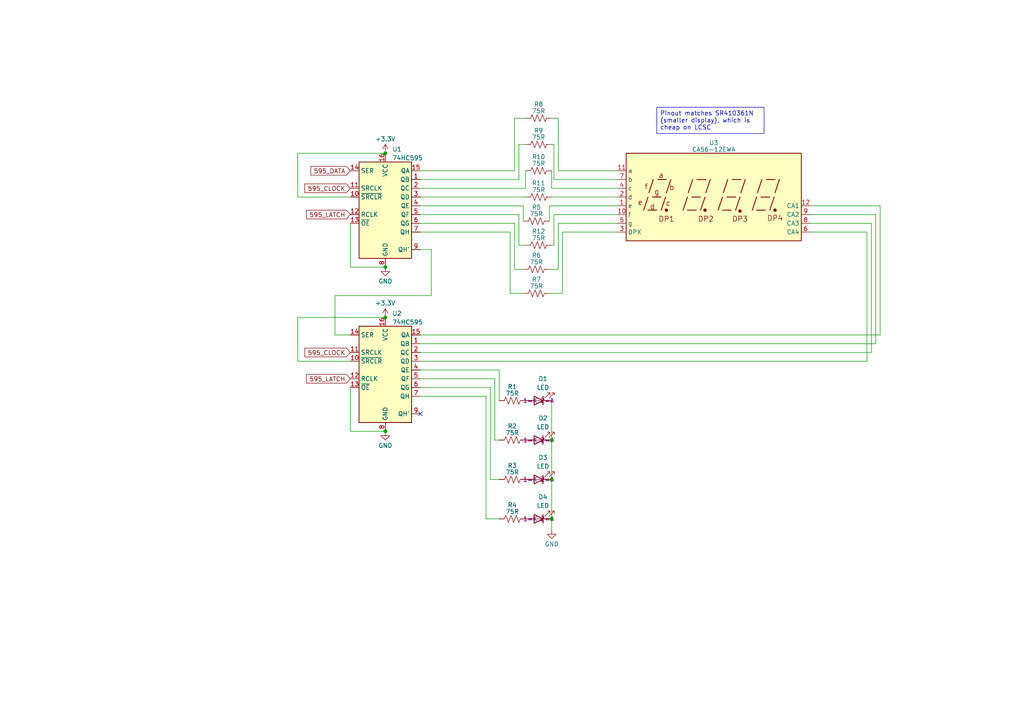
<source format=kicad_sch>
(kicad_sch (version 20250114) (generator "eeschema") (generator_version "9.0")
  (paper "A4")
  (lib_symbols
    (symbol "74xx:74HC595"
      (property "Reference" "U" (at -7.62 13.97 0))
      (property "Value" "74HC595" (at -7.62 -16.51 0))
      (symbol "74HC595_1_0"
        (pin input line (at -10.16 10.16 0) (length 2.54) (name "SER") (number "14"))
        (pin input line (at -10.16 5.08 0) (length 2.54) (name "SRCLK") (number "11"))
        (pin input line (at -10.16 2.54 0) (length 2.54) (name "~{SRCLR}") (number "10"))
        (pin input line (at -10.16 -2.54 0) (length 2.54) (name "RCLK") (number "12"))
        (pin input line (at -10.16 -5.08 0) (length 2.54) (name "~{OE}") (number "13"))
        (pin power_in line (at 0 15.24 270) (length 2.54) (name "VCC") (number "16"))
        (pin power_in line (at 0 -17.78 90) (length 2.54) (name "GND") (number "8"))
        (pin tri_state line (at 10.16 10.16 180) (length 2.54) (name "QA") (number "15"))
        (pin tri_state line (at 10.16 7.62 180) (length 2.54) (name "QB") (number "1"))
        (pin tri_state line (at 10.16 5.08 180) (length 2.54) (name "QC") (number "2"))
        (pin tri_state line (at 10.16 2.54 180) (length 2.54) (name "QD") (number "3"))
        (pin tri_state line (at 10.16 0 180) (length 2.54) (name "QE") (number "4"))
        (pin tri_state line (at 10.16 -2.54 180) (length 2.54) (name "QF") (number "5"))
        (pin tri_state line (at 10.16 -5.08 180) (length 2.54) (name "QG") (number "6"))
        (pin tri_state line (at 10.16 -7.62 180) (length 2.54) (name "QH") (number "7"))
        (pin output line (at 10.16 -12.7 180) (length 2.54) (name "QH'") (number "9"))
      )
      (symbol "74HC595_1_1"
        (rectangle (start -7.62 12.7) (end 7.62 -15.24) (stroke (width 0.254)) (fill (type background)))
      )
    )
    (symbol "Device:LED" (pin_numbers (hide yes)) (pin_names (offset 1.016) (hide yes))
      (property "Reference" "D" (at 0 2.54 0))
      (property "Value" "LED" (at 0 -2.54 0))
      (symbol "LED_0_1"
        (polyline (pts (xy -3.048 -0.762) (xy -4.572 -2.286) (xy -3.81 -2.286) (xy -4.572 -2.286) (xy -4.572 -1.524)))
        (polyline (pts (xy -1.778 -0.762) (xy -3.302 -2.286) (xy -2.54 -2.286) (xy -3.302 -2.286) (xy -3.302 -1.524)))
        (polyline (pts (xy -1.27 0) (xy 1.27 0)))
        (polyline (pts (xy -1.27 -1.27) (xy -1.27 1.27)) (stroke (width 0.254)))
        (polyline (pts (xy 1.27 -1.27) (xy 1.27 1.27) (xy -1.27 0) (xy 1.27 -1.27)) (stroke (width 0.254)))
      )
      (symbol "LED_1_1"
        (pin passive line (at -3.81 0 0) (length 2.54) (name "K") (number "1"))
        (pin passive line (at 3.81 0 180) (length 2.54) (name "A") (number "2"))
      )
    )
    (symbol "Device:R_US" (pin_numbers (hide yes)) (pin_names (offset 0))
      (property "Reference" "R" (at 2.54 0 90))
      (property "Value" "R_US" (at -2.54 0 90))
      (symbol "R_US_0_1"
        (polyline (pts (xy 0 2.286) (xy 0 2.54)))
        (polyline (pts (xy 0 2.286) (xy 1.016 1.905) (xy 0 1.524) (xy -1.016 1.143) (xy 0 0.762)))
        (polyline (pts (xy 0 0.762) (xy 1.016 0.381) (xy 0 0) (xy -1.016 -0.381) (xy 0 -0.762)))
        (polyline (pts (xy 0 -0.762) (xy 1.016 -1.143) (xy 0 -1.524) (xy -1.016 -1.905) (xy 0 -2.286)))
        (polyline (pts (xy 0 -2.286) (xy 0 -2.54)))
      )
      (symbol "R_US_1_1"
        (pin passive line (at 0 3.81 270) (length 1.27) (name "~") (number "1"))
        (pin passive line (at 0 -3.81 90) (length 1.27) (name "~") (number "2"))
      )
    )
    (symbol "Display_Character:CA56-12EWA"
      (property "Reference" "U" (at -24.13 13.97 0))
      (property "Value" "CA56-12EWA" (at 19.05 13.97 0))
      (symbol "CA56-12EWA_0_0"
        (rectangle (start -25.4 12.7) (end 25.4 -12.7) (stroke (width 0.254)) (fill (type background)))
        (polyline (pts (xy -20.32 -3.81) (xy -19.05 0)) (stroke (width 0.254)))
        (polyline (pts (xy -19.05 -3.81) (xy -16.51 -3.81)) (stroke (width 0.254)))
        (polyline (pts (xy -18.796 1.27) (xy -17.526 5.08)) (stroke (width 0.254)))
        (polyline (pts (xy -17.78 0) (xy -15.24 0)) (stroke (width 0.254)))
        (polyline (pts (xy -16.256 5.08) (xy -13.716 5.08)) (stroke (width 0.254)))
        (polyline (pts (xy -15.24 -3.81) (xy -13.97 0)) (stroke (width 0.254)))
        (polyline (pts (xy -13.716 1.27) (xy -12.446 5.08)) (stroke (width 0.254)))
        (polyline (pts (xy -8.89 -3.81) (xy -7.62 0)) (stroke (width 0.254)))
        (polyline (pts (xy -7.62 -3.81) (xy -5.08 -3.81)) (stroke (width 0.254)))
        (polyline (pts (xy -7.366 1.27) (xy -6.096 5.08)) (stroke (width 0.254)))
        (polyline (pts (xy -6.35 0) (xy -3.81 0)) (stroke (width 0.254)))
        (polyline (pts (xy -4.826 5.08) (xy -2.286 5.08)) (stroke (width 0.254)))
        (polyline (pts (xy -3.81 -3.81) (xy -2.54 0)) (stroke (width 0.254)))
        (polyline (pts (xy -2.286 1.27) (xy -1.016 5.08)) (stroke (width 0.254)))
        (polyline (pts (xy 1.27 -3.81) (xy 2.54 0)) (stroke (width 0.254)))
        (polyline (pts (xy 2.54 -3.81) (xy 5.08 -3.81)) (stroke (width 0.254)))
        (polyline (pts (xy 2.794 1.27) (xy 4.064 5.08)) (stroke (width 0.254)))
        (polyline (pts (xy 3.81 0) (xy 6.35 0)) (stroke (width 0.254)))
        (polyline (pts (xy 5.334 5.08) (xy 7.874 5.08)) (stroke (width 0.254)))
        (polyline (pts (xy 6.35 -3.81) (xy 7.62 0)) (stroke (width 0.254)))
        (polyline (pts (xy 7.874 1.27) (xy 9.144 5.08)) (stroke (width 0.254)))
        (polyline (pts (xy 11.176 -3.81) (xy 12.446 0)) (stroke (width 0.254)))
        (polyline (pts (xy 12.446 -3.81) (xy 14.986 -3.81)) (stroke (width 0.254)))
        (polyline (pts (xy 12.7 1.27) (xy 13.97 5.08)) (stroke (width 0.254)))
        (polyline (pts (xy 13.716 0) (xy 16.256 0)) (stroke (width 0.254)))
        (polyline (pts (xy 15.24 5.08) (xy 17.78 5.08)) (stroke (width 0.254)))
        (polyline (pts (xy 16.256 -3.81) (xy 17.526 0)) (stroke (width 0.254)))
        (polyline (pts (xy 17.78 1.27) (xy 19.05 5.08)) (stroke (width 0.254)))
        (text "e" (at -21.336 -1.524 0) (effects (font (size 1.524 1.524))))
        (text "f" (at -19.558 3.048 0) (effects (font (size 1.524 1.524))))
        (text "d" (at -17.78 -2.794 0) (effects (font (size 1.524 1.524))))
        (text "g" (at -16.51 1.524 0) (effects (font (size 1.524 1.524))))
        (text "a" (at -15.24 6.35 0) (effects (font (size 1.524 1.524))))
        (text "DP1" (at -13.716 -6.35 0) (effects (font (size 1.524 1.524))))
        (text "c" (at -13.208 -1.778 0) (effects (font (size 1.524 1.524))))
        (text "b" (at -12.192 2.794 0) (effects (font (size 1.524 1.524))))
        (text "DP2" (at -2.286 -6.35 0) (effects (font (size 1.524 1.524))))
        (text "DP3" (at 7.62 -6.35 0) (effects (font (size 1.524 1.524))))
        (text "DP4" (at 17.78 -6.096 0) (effects (font (size 1.524 1.524))))
      )
      (symbol "CA56-12EWA_0_1"
        (circle (center -13.716 -3.81) (radius 0.3556) (stroke (width 0.254)) (fill (type outline)))
        (circle (center -2.54 -3.81) (radius 0.3556) (stroke (width 0.254)) (fill (type outline)))
      )
      (symbol "CA56-12EWA_1_0"
        (circle (center 7.62 -4.064) (radius 0.3556) (stroke (width 0.254)) (fill (type outline)))
        (circle (center 17.78 -3.81) (radius 0.3556) (stroke (width 0.254)) (fill (type outline)))
      )
      (symbol "CA56-12EWA_1_1"
        (pin input line (at -27.94 7.62 0) (length 2.54) (name "a") (number "11"))
        (pin input line (at -27.94 5.08 0) (length 2.54) (name "b") (number "7"))
        (pin input line (at -27.94 2.54 0) (length 2.54) (name "c") (number "4"))
        (pin input line (at -27.94 0 0) (length 2.54) (name "d") (number "2"))
        (pin input line (at -27.94 -2.54 0) (length 2.54) (name "e") (number "1"))
        (pin input line (at -27.94 -5.08 0) (length 2.54) (name "f") (number "10"))
        (pin input line (at -27.94 -7.62 0) (length 2.54) (name "g") (number "5"))
        (pin input line (at -27.94 -10.16 0) (length 2.54) (name "DPX") (number "3"))
        (pin input line (at 27.94 -2.54 180) (length 2.54) (name "CA1") (number "12"))
        (pin input line (at 27.94 -5.08 180) (length 2.54) (name "CA2") (number "9"))
        (pin input line (at 27.94 -7.62 180) (length 2.54) (name "CA3") (number "8"))
        (pin input line (at 27.94 -10.16 180) (length 2.54) (name "CA4") (number "6"))
      )
    )
    (symbol "power:+3.3V" (power) (pin_numbers (hide yes)) (pin_names (offset 0) (hide yes))
      (property "Value" "+3.3V" (at 0 3.556 0))
      (symbol "+3.3V_0_1"
        (polyline (pts (xy -0.762 1.27) (xy 0 2.54)))
        (polyline (pts (xy 0 2.54) (xy 0.762 1.27)))
        (polyline (pts (xy 0 0) (xy 0 2.54)))
      )
      (symbol "+3.3V_1_1"
        (pin power_in line (at 0 0 90) (length 0) (name "~") (number "1"))
      )
    )
    (symbol "power:GND" (power) (pin_numbers (hide yes)) (pin_names (offset 0) (hide yes))
      (property "Value" "GND" (at 0 -3.81 0))
      (symbol "GND_0_1"
        (polyline (pts (xy 0 0) (xy 0 -1.27) (xy 1.27 -1.27) (xy 0 -2.54) (xy -1.27 -1.27) (xy 0 -1.27)))
      )
      (symbol "GND_1_1"
        (pin power_in line (at 0 0 270) (length 0) (name "~") (number "1"))
      )
    )
  )
  (text_box "Pinout matches SR410361N (smaller display), which is cheap on LCSC" (at 190.5 31.115 0) (size 31.115 7.62) (margins 0.9525 0.9525 0.9525 0.9525) (effects (font (size 1.27 1.27)) (justify left top)))
  (junction (at 160.02 139.065))
  (junction (at 111.76 77.47))
  (junction (at 160.02 127.635))
  (junction (at 160.02 150.495))
  (junction (at 111.76 92.075))
  (junction (at 111.76 44.45))
  (junction (at 111.76 125.095))
  (no_connect (at 121.92 120.015))
  (wire (pts (xy 160.02 127.635) (xy 160.02 139.065)))
  (wire (pts (xy 121.92 62.23) (xy 150.495 62.23)))
  (wire (pts (xy 149.225 78.105) (xy 151.765 78.105)))
  (wire (pts (xy 163.195 67.31) (xy 163.195 85.09)))
  (wire (pts (xy 161.925 78.105) (xy 161.925 64.77)))
  (wire (pts (xy 125.095 72.39) (xy 125.095 85.725)))
  (wire (pts (xy 159.385 85.09) (xy 163.195 85.09)))
  (wire (pts (xy 121.92 54.61) (xy 152.4 54.61)))
  (wire (pts (xy 179.07 67.31) (xy 163.195 67.31)))
  (wire (pts (xy 254 62.23) (xy 254 99.695)))
  (wire (pts (xy 160.655 62.23) (xy 160.655 71.12)))
  (wire (pts (xy 144.78 139.065) (xy 142.24 139.065)))
  (wire (pts (xy 121.92 107.315) (xy 144.78 107.315)))
  (wire (pts (xy 140.97 150.495) (xy 144.78 150.495)))
  (wire (pts (xy 159.385 59.69) (xy 179.07 59.69)))
  (wire (pts (xy 160.655 41.91) (xy 160.02 41.91)))
  (wire (pts (xy 161.925 64.77) (xy 179.07 64.77)))
  (wire (pts (xy 86.36 104.775) (xy 101.6 104.775)))
  (wire (pts (xy 111.76 92.075) (xy 86.36 92.075)))
  (wire (pts (xy 121.92 67.31) (xy 147.955 67.31)))
  (wire (pts (xy 101.6 112.395) (xy 101.6 125.095)))
  (wire (pts (xy 86.36 57.15) (xy 101.6 57.15)))
  (wire (pts (xy 255.27 59.69) (xy 255.27 97.155)))
  (wire (pts (xy 147.955 85.09) (xy 151.765 85.09)))
  (wire (pts (xy 150.495 41.91) (xy 152.4 41.91)))
  (wire (pts (xy 160.02 116.205) (xy 160.02 127.635)))
  (wire (pts (xy 160.02 150.495) (xy 160.02 153.67)))
  (wire (pts (xy 143.51 109.855) (xy 143.51 127.635)))
  (wire (pts (xy 150.495 62.23) (xy 150.495 71.12)))
  (wire (pts (xy 125.095 85.725) (xy 97.155 85.725)))
  (wire (pts (xy 160.02 49.53) (xy 160.02 54.61)))
  (wire (pts (xy 161.925 34.29) (xy 161.925 49.53)))
  (wire (pts (xy 140.97 114.935) (xy 140.97 150.495)))
  (wire (pts (xy 86.36 92.075) (xy 86.36 104.775)))
  (wire (pts (xy 179.07 62.23) (xy 160.655 62.23)))
  (wire (pts (xy 147.955 67.31) (xy 147.955 85.09)))
  (wire (pts (xy 150.495 71.12) (xy 152.4 71.12)))
  (wire (pts (xy 160.02 139.065) (xy 160.02 150.495)))
  (wire (pts (xy 254 99.695) (xy 121.92 99.695)))
  (wire (pts (xy 101.6 125.095) (xy 111.76 125.095)))
  (wire (pts (xy 161.925 49.53) (xy 179.07 49.53)))
  (wire (pts (xy 101.6 64.77) (xy 101.6 77.47)))
  (wire (pts (xy 251.46 67.31) (xy 234.95 67.31)))
  (wire (pts (xy 142.24 112.395) (xy 121.92 112.395)))
  (wire (pts (xy 149.225 34.29) (xy 152.4 34.29)))
  (wire (pts (xy 97.155 97.155) (xy 101.6 97.155)))
  (wire (pts (xy 160.655 52.07) (xy 160.655 41.91)))
  (wire (pts (xy 121.92 109.855) (xy 143.51 109.855)))
  (wire (pts (xy 121.92 72.39) (xy 125.095 72.39)))
  (wire (pts (xy 179.07 52.07) (xy 160.655 52.07)))
  (wire (pts (xy 121.92 97.155) (xy 255.27 97.155)))
  (wire (pts (xy 234.95 59.69) (xy 255.27 59.69)))
  (wire (pts (xy 234.95 62.23) (xy 254 62.23)))
  (wire (pts (xy 121.92 57.15) (xy 152.4 57.15)))
  (wire (pts (xy 149.225 49.53) (xy 149.225 34.29)))
  (wire (pts (xy 121.92 102.235) (xy 252.73 102.235)))
  (wire (pts (xy 97.155 85.725) (xy 97.155 97.155)))
  (wire (pts (xy 150.495 52.07) (xy 150.495 41.91)))
  (wire (pts (xy 121.92 49.53) (xy 149.225 49.53)))
  (wire (pts (xy 152.4 54.61) (xy 152.4 49.53)))
  (wire (pts (xy 121.92 59.69) (xy 151.765 59.69)))
  (wire (pts (xy 121.92 104.775) (xy 251.46 104.775)))
  (wire (pts (xy 143.51 127.635) (xy 144.78 127.635)))
  (wire (pts (xy 86.36 44.45) (xy 86.36 57.15)))
  (wire (pts (xy 121.92 114.935) (xy 140.97 114.935)))
  (wire (pts (xy 121.92 52.07) (xy 150.495 52.07)))
  (wire (pts (xy 149.225 64.77) (xy 149.225 78.105)))
  (wire (pts (xy 160.02 34.29) (xy 161.925 34.29)))
  (wire (pts (xy 121.92 64.77) (xy 149.225 64.77)))
  (wire (pts (xy 144.78 107.315) (xy 144.78 116.205)))
  (wire (pts (xy 142.24 139.065) (xy 142.24 112.395)))
  (wire (pts (xy 251.46 104.775) (xy 251.46 67.31)))
  (wire (pts (xy 159.385 64.135) (xy 159.385 59.69)))
  (wire (pts (xy 160.02 57.15) (xy 179.07 57.15)))
  (wire (pts (xy 101.6 77.47) (xy 111.76 77.47)))
  (wire (pts (xy 111.76 44.45) (xy 86.36 44.45)))
  (wire (pts (xy 179.07 54.61) (xy 160.02 54.61)))
  (wire (pts (xy 160.02 71.12) (xy 160.655 71.12)))
  (wire (pts (xy 234.95 64.77) (xy 252.73 64.77)))
  (wire (pts (xy 151.765 59.69) (xy 151.765 64.135)))
  (wire (pts (xy 252.73 64.77) (xy 252.73 102.235)))
  (wire (pts (xy 159.385 78.105) (xy 161.925 78.105)))
  (global_label "595_DATA" (shape input) (at 101.6 49.53 180) (property "Intersheetrefs" "${INTERSHEET_REFS}" (effects (hide yes))))
  (global_label "595_CLOCK" (shape input) (at 101.6 54.61 180) (property "Intersheetrefs" "${INTERSHEET_REFS}" (effects (hide yes))))
  (global_label "595_CLOCK" (shape input) (at 101.6 102.235 180) (property "Intersheetrefs" "${INTERSHEET_REFS}" (effects (hide yes))))
  (global_label "595_LATCH" (shape input) (at 101.6 62.23 180) (property "Intersheetrefs" "${INTERSHEET_REFS}" (effects (hide yes))))
  (global_label "595_LATCH" (shape input) (at 101.6 109.855 180) (property "Intersheetrefs" "${INTERSHEET_REFS}" (effects (hide yes))))
  (symbol (lib_id "74xx:74HC595") (at 111.76 59.69 0) (unit 1)
    (property "Reference" "U1" (at 113.7794 43.2902 0) (effects (justify left)))
    (property "Value" "74HC595" (at 113.7794 45.8271 0) (effects (justify left)))
    (property "Footprint" "Package_SO:SOIC-16_3.9x9.9mm_P1.27mm" (effects (hide yes)))
    (property "Datasheet" "http://www.ti.com/lit/ds/symlink/sn74hc595.pdf" (effects (hide yes)))
  )
  (symbol (lib_id "Device:LED") (at 156.21 127.635 180) (unit 1)
    (property "Reference" "D2" (at 157.48 121.285 0))
    (property "Value" "LED" (at 157.48 123.825 0))
    (property "Footprint" "LED_THT:LED_D3.0mm" (effects (hide yes)))
    (property "Description" "Light emitting diode" (effects (hide yes)))
    (property "Sim.Pins" "1=K 2=A" (at 156.21 127.635 0))
  )
  (symbol (lib_id "Device:R_US") (at 156.21 41.91 270) (unit 1)
    (property "Reference" "R9" (at 156.21 37.8841 90))
    (property "Value" "75R" (at 156.21 39.8051 90))
    (property "Footprint" "Resistor_SMD:R_0603_1608Metric" (effects (hide yes)))
  )
  (symbol (lib_id "Device:LED") (at 156.21 116.205 180) (unit 1)
    (property "Reference" "D1" (at 157.48 109.855 0))
    (property "Value" "LED" (at 157.48 112.395 0))
    (property "Footprint" "LED_THT:LED_D3.0mm" (effects (hide yes)))
    (property "Description" "Light emitting diode" (effects (hide yes)))
    (property "Sim.Pins" "1=K 2=A" (at 156.21 116.205 0))
  )
  (symbol (lib_id "power:GND") (at 111.76 125.095 0) (unit 1)
    (property "Reference" "#PWR021" (effects (hide yes)))
    (property "Value" "GND" (at 111.76 129.2281 0))
    (property "Description" "Power symbol creates a global label with name \"GND\" , ground" (effects (hide yes)))
  )
  (symbol (lib_id "74xx:74HC595") (at 111.76 107.315 0) (unit 1)
    (property "Reference" "U2" (at 113.7794 90.9152 0) (effects (justify left)))
    (property "Value" "74HC595" (at 113.7794 93.4521 0) (effects (justify left)))
    (property "Footprint" "Package_SO:SOIC-16_3.9x9.9mm_P1.27mm" (effects (hide yes)))
    (property "Datasheet" "http://www.ti.com/lit/ds/symlink/sn74hc595.pdf" (effects (hide yes)))
  )
  (symbol (lib_id "Device:R_US") (at 155.575 78.105 270) (unit 1)
    (property "Reference" "R6" (at 155.575 74.0791 90))
    (property "Value" "75R" (at 155.575 76.0001 90))
    (property "Footprint" "Resistor_SMD:R_0603_1608Metric" (effects (hide yes)))
  )
  (symbol (lib_id "power:+3.3V") (at 111.76 92.075 0) (unit 1)
    (property "Reference" "#PWR020" (effects (hide yes)))
    (property "Value" "+3.3V" (at 111.76 87.9419 0))
    (property "Description" "Power symbol creates a global label with name \"+3.3V\"" (effects (hide yes)))
    (instances (project "dk2_04_top" (path "" (reference "#PWR?") (unit 1)) (path "" (reference "#PWR020") (unit 1))))
  )
  (symbol (lib_id "Device:R_US") (at 148.59 116.205 270) (unit 1)
    (property "Reference" "R1" (at 148.59 112.1791 90))
    (property "Value" "75R" (at 148.59 114.1001 90))
    (property "Footprint" "Resistor_SMD:R_0603_1608Metric" (effects (hide yes)))
  )
  (symbol (lib_id "Display_Character:CA56-12EWA") (at 207.01 57.15 0) (unit 1)
    (property "Reference" "U3" (at 207.01 41.4401 0))
    (property "Value" "CA56-12EWA" (at 207.01 43.3611 0))
    (property "Footprint" "Library:SR410361N" (effects (hide yes)))
    (property "Datasheet" "http://www.kingbrightusa.com/images/catalog/SPEC/CA56-12EWA.pdf" (effects (hide yes)))
  )
  (symbol (lib_id "power:GND") (at 160.02 153.67 0) (unit 1)
    (property "Reference" "#PWR022" (effects (hide yes)))
    (property "Value" "GND" (at 160.02 157.8031 0))
    (property "Description" "Power symbol creates a global label with name \"GND\" , ground" (effects (hide yes)))
  )
  (symbol (lib_id "Device:R_US") (at 156.21 49.53 270) (unit 1)
    (property "Reference" "R10" (at 156.21 45.5041 90))
    (property "Value" "75R" (at 156.21 47.4251 90))
    (property "Footprint" "Resistor_SMD:R_0603_1608Metric" (effects (hide yes)))
  )
  (symbol (lib_id "Device:R_US") (at 148.59 139.065 270) (unit 1)
    (property "Reference" "R3" (at 148.59 135.0391 90))
    (property "Value" "75R" (at 148.59 136.9601 90))
    (property "Footprint" "Resistor_SMD:R_0603_1608Metric" (effects (hide yes)))
  )
  (symbol (lib_id "Device:R_US") (at 156.21 57.15 270) (unit 1)
    (property "Reference" "R11" (at 156.21 53.1241 90))
    (property "Value" "75R" (at 156.21 55.0451 90))
    (property "Footprint" "Resistor_SMD:R_0603_1608Metric" (effects (hide yes)))
  )
  (symbol (lib_id "Device:LED") (at 156.21 150.495 180) (unit 1)
    (property "Reference" "D4" (at 157.48 144.145 0))
    (property "Value" "LED" (at 157.48 146.685 0))
    (property "Footprint" "LED_THT:LED_D3.0mm" (effects (hide yes)))
    (property "Description" "Light emitting diode" (effects (hide yes)))
    (property "Sim.Pins" "1=K 2=A" (at 156.21 150.495 0))
  )
  (symbol (lib_id "Device:R_US") (at 148.59 127.635 270) (unit 1)
    (property "Reference" "R2" (at 148.59 123.6091 90))
    (property "Value" "75R" (at 148.59 125.5301 90))
    (property "Footprint" "Resistor_SMD:R_0603_1608Metric" (effects (hide yes)))
  )
  (symbol (lib_id "Device:R_US") (at 156.21 71.12 270) (unit 1)
    (property "Reference" "R12" (at 156.21 67.0941 90))
    (property "Value" "75R" (at 156.21 69.0151 90))
    (property "Footprint" "Resistor_SMD:R_0603_1608Metric" (effects (hide yes)))
  )
  (symbol (lib_id "Device:R_US") (at 155.575 64.135 270) (unit 1)
    (property "Reference" "R5" (at 155.575 60.1091 90))
    (property "Value" "75R" (at 155.575 62.0301 90))
    (property "Footprint" "Resistor_SMD:R_0603_1608Metric" (effects (hide yes)))
  )
  (symbol (lib_id "power:GND") (at 111.76 77.47 0) (unit 1)
    (property "Reference" "#PWR019" (effects (hide yes)))
    (property "Value" "GND" (at 111.76 81.6031 0))
    (property "Description" "Power symbol creates a global label with name \"GND\" , ground" (effects (hide yes)))
  )
  (symbol (lib_id "Device:R_US") (at 155.575 85.09 270) (unit 1)
    (property "Reference" "R7" (at 155.575 81.0641 90))
    (property "Value" "75R" (at 155.575 82.9851 90))
    (property "Footprint" "Resistor_SMD:R_0603_1608Metric" (effects (hide yes)))
  )
  (symbol (lib_id "power:+3.3V") (at 111.76 44.45 0) (unit 1)
    (property "Reference" "#PWR018" (effects (hide yes)))
    (property "Value" "+3.3V" (at 111.76 40.3169 0))
    (property "Description" "Power symbol creates a global label with name \"+3.3V\"" (effects (hide yes)))
    (instances (project "dk2_04_top" (path "" (reference "#PWR?") (unit 1)) (path "" (reference "#PWR018") (unit 1))))
  )
  (symbol (lib_id "Device:R_US") (at 148.59 150.495 270) (unit 1)
    (property "Reference" "R4" (at 148.59 146.4691 90))
    (property "Value" "75R" (at 148.59 148.3901 90))
    (property "Footprint" "Resistor_SMD:R_0603_1608Metric" (effects (hide yes)))
  )
  (symbol (lib_id "Device:R_US") (at 156.21 34.29 270) (unit 1)
    (property "Reference" "R8" (at 156.21 30.2641 90))
    (property "Value" "75R" (at 156.21 32.1851 90))
    (property "Footprint" "Resistor_SMD:R_0603_1608Metric" (effects (hide yes)))
  )
  (symbol (lib_id "Device:LED") (at 156.21 139.065 180) (unit 1)
    (property "Reference" "D3" (at 157.48 132.715 0))
    (property "Value" "LED" (at 157.48 135.255 0))
    (property "Footprint" "LED_THT:LED_D3.0mm" (effects (hide yes)))
    (property "Description" "Light emitting diode" (effects (hide yes)))
    (property "Sim.Pins" "1=K 2=A" (at 156.21 139.065 0))
  )
)
</source>
